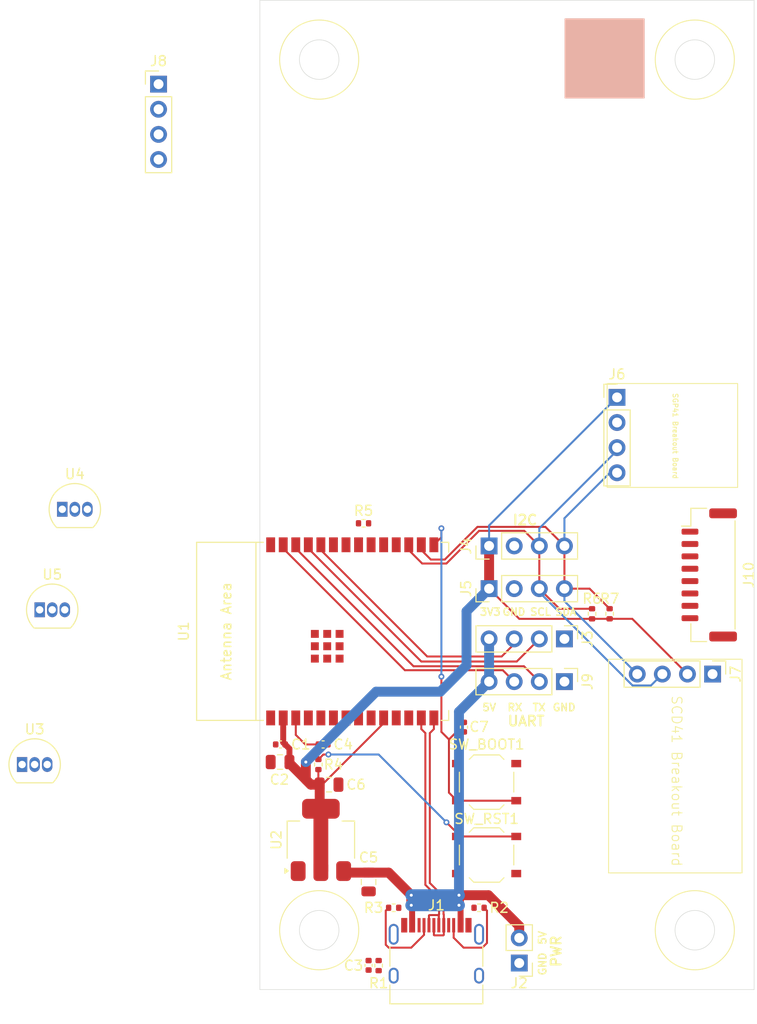
<source format=kicad_pcb>
(kicad_pcb (version 20241229) (generator "pcbnew") (generator_version "9.0")
  (layers (0 "F.Cu" signal) (2 "B.Cu" signal) (13 "F.Paste" user) (15 "B.Paste" user) (5 "F.SilkS" user "F.Silkscreen") (7 "B.SilkS" user "B.Silkscreen") (1 "F.Mask" user) (3 "B.Mask" user) (25 "Edge.Cuts" user))
  (net 0 "")
  (net 1 "+3V3")
  (net 2 "GND")
  (net 3 "Net-(J1-SHIELD)")
  (net 4 "Net-(J1-CC2)")
  (net 5 "USB_DP")
  (net 6 "+5V")
  (net 8 "Net-(J1-CC1)")
  (net 12 "SDA")
  (net 16 "SCL")
  (net 25 "EN")
  (net 26 "BOOT")
  (net 27 "RXD_1")
  (net 28 "TXD_1")
  (net 29 "TXD_0")
  (net 30 "RXD_0")
  (net 31 "DQ")
  (net 32 "USB_DN")
  (footprint "Resistor_SMD:R_0402_1005Metric" (layer "F.Cu") (at 113.536 141.732)
    (property "Reference" "R3" (at -2.03 0 0) (layer "F.SilkS"))
    (property "Value" "5.1k")
    (fp_line (start -0.153641 -0.38) (end 0.153641 -0.38) (stroke (width 0.12)) (layer "F.SilkS"))
    (fp_line (start -0.153641 0.38) (end 0.153641 0.38) (stroke (width 0.12)) (layer "F.SilkS"))
    (pad "1" smd roundrect (at -0.51 0) (size 0.54 0.64) (layers "F.Cu" "F.Mask" "F.Paste") (net 8 "Net-(J1-CC1)"))
    (pad "2" smd roundrect (at 0.51 0) (size 0.54 0.64) (layers "F.Cu" "F.Mask" "F.Paste") (net 2 "GND"))
  )
  (footprint "Capacitor_SMD:C_0402_1005Metric" (layer "F.Cu") (at 106.398 125.222 180)
    (property "Reference" "C4" (at -2.032 0 0) (layer "F.SilkS"))
    (property "Value" "100n")
    (fp_line (start -0.107836 0.36) (end 0.107836 0.36) (stroke (width 0.12)) (layer "F.SilkS"))
    (fp_line (start -0.107836 -0.36) (end 0.107836 -0.36) (stroke (width 0.12)) (layer "F.SilkS"))
    (pad "1" smd roundrect (at -0.48 0 180) (size 0.56 0.62) (layers "F.Cu" "F.Mask" "F.Paste") (net 2 "GND"))
    (pad "2" smd roundrect (at 0.48 0 180) (size 0.56 0.62) (layers "F.Cu" "F.Mask" "F.Paste") (net 25 "EN"))
  )
  (footprint "PCM_Espressif:ESP32-C6-WROOM-1" (layer "F.Cu") (at 109.352 113.792 90)
    (property "Reference" "U1" (at 0 -17.05 90) (layer "F.SilkS"))
    (property "Value" "ESP32-C6-WROOM-1")
    (fp_line (start 9 -15.75) (end 9 -9) (stroke (width 0.12)) (layer "F.SilkS"))
    (fp_line (start -9 -15.75) (end 9 -15.75) (stroke (width 0.12)) (layer "F.SilkS"))
    (fp_line (start -9 -15.75) (end -9 -9) (stroke (width 0.12)) (layer "F.SilkS"))
    (fp_line (start 9 -9.75) (end -9 -9.75) (stroke (width 0.12)) (layer "F.SilkS"))
    (fp_line (start 9 9) (end 9 9.75) (stroke (width 0.12)) (layer "F.SilkS"))
    (fp_line (start -9 9) (end -9 9.75) (stroke (width 0.12)) (layer "F.SilkS"))
    (fp_line (start 9 9.75) (end 8 9.75) (stroke (width 0.12)) (layer "F.SilkS"))
    (fp_line (start -9 9.75) (end -8 9.75) (stroke (width 0.12)) (layer "F.SilkS"))
    (fp_text user "Antenna Area" (at 0 -12.75 90) (layer "F.SilkS"))
    (pad "1" smd rect (at -8.75 -8.26 90) (size 1.5 0.9) (layers "F.Cu" "F.Mask" "F.Paste") (net 2 "GND"))
    (pad "2" smd rect (at -8.75 -6.99 90) (size 1.5 0.9) (layers "F.Cu" "F.Mask" "F.Paste") (net 1 "+3V3"))
    (pad "3" smd rect (at -8.75 -5.72 90) (size 1.5 0.9) (layers "F.Cu" "F.Mask" "F.Paste") (net 25 "EN"))
    (pad "4" smd rect (at -8.75 -4.45 90) (size 1.5 0.9) (layers "F.Cu" "F.Mask" "F.Paste"))
    (pad "5" smd rect (at -8.75 -3.18 90) (size 1.5 0.9) (layers "F.Cu" "F.Mask" "F.Paste"))
    (pad "6" smd rect (at -8.75 -1.91 90) (size 1.5 0.9) (layers "F.Cu" "F.Mask" "F.Paste"))
    (pad "7" smd rect (at -8.75 -0.64 90) (size 1.5 0.9) (layers "F.Cu" "F.Mask" "F.Paste"))
    (pad "8" smd rect (at -8.75 0.63 90) (size 1.5 0.9) (layers "F.Cu" "F.Mask" "F.Paste"))
    (pad "9" smd rect (at -8.75 1.9 90) (size 1.5 0.9) (layers "F.Cu" "F.Mask" "F.Paste"))
    (pad "10" smd rect (at -8.75 3.17 90) (size 1.5 0.9) (layers "F.Cu" "F.Mask" "F.Paste") (net 1 "+3V3"))
    (pad "11" smd rect (at -8.75 4.44 90) (size 1.5 0.9) (layers "F.Cu" "F.Mask" "F.Paste"))
    (pad "12" smd rect (at -8.75 5.71 90) (size 1.5 0.9) (layers "F.Cu" "F.Mask" "F.Paste"))
    (pad "13" smd rect (at -8.75 6.98 90) (size 1.5 0.9) (layers "F.Cu" "F.Mask" "F.Paste") (net 32 "USB_DN"))
    (pad "14" smd rect (at -8.75 8.25 90) (size 1.5 0.9) (layers "F.Cu" "F.Mask" "F.Paste") (net 5 "USB_DP"))
    (pad "15" smd rect (at 8.75 8.25 270) (size 1.5 0.9) (layers "F.Cu" "F.Mask" "F.Paste") (net 26 "BOOT"))
    (pad "16" smd rect (at 8.75 6.98 270) (size 1.5 0.9) (layers "F.Cu" "F.Mask" "F.Paste") (net 12 "SDA"))
    (pad "17" smd rect (at 8.75 5.71 270) (size 1.5 0.9) (layers "F.Cu" "F.Mask" "F.Paste") (net 16 "SCL"))
    (pad "18" smd rect (at 8.75 4.44 270) (size 1.5 0.9) (layers "F.Cu" "F.Mask" "F.Paste"))
    (pad "19" smd rect (at 8.75 3.17 270) (size 1.5 0.9) (layers "F.Cu" "F.Mask" "F.Paste"))
    (pad "20" smd rect (at 8.75 1.9 270) (size 1.5 0.9) (layers "F.Cu" "F.Mask" "F.Paste"))
    (pad "21" smd rect (at 8.75 0.63 270) (size 1.5 0.9) (layers "F.Cu" "F.Mask" "F.Paste") (net 31 "DQ"))
    (pad "22" smd rect (at 8.75 -0.64 270) (size 1.5 0.9) (layers "F.Cu" "F.Mask" "F.Paste"))
    (pad "23" smd rect (at 8.75 -1.91 270) (size 1.5 0.9) (layers "F.Cu" "F.Mask" "F.Paste"))
    (pad "24" smd rect (at 8.75 -3.18 270) (size 1.5 0.9) (layers "F.Cu" "F.Mask" "F.Paste") (net 30 "RXD_0"))
    (pad "25" smd rect (at 8.75 -4.45 270) (size 1.5 0.9) (layers "F.Cu" "F.Mask" "F.Paste") (net 29 "TXD_0"))
    (pad "26" smd rect (at 8.75 -5.72 270) (size 1.5 0.9) (layers "F.Cu" "F.Mask" "F.Paste") (net 28 "TXD_1"))
    (pad "27" smd rect (at 8.75 -6.99 270) (size 1.5 0.9) (layers "F.Cu" "F.Mask" "F.Paste") (net 27 "RXD_1"))
    (pad "28" smd rect (at 8.75 -8.26 270) (size 1.5 0.9) (layers "F.Cu" "F.Mask" "F.Paste") (net 2 "GND"))
    (pad "29" smd rect (at -2.755 -3.79 270) (size 0.8 0.8) (layers "F.Cu" "F.Mask" "F.Paste") (net 2 "GND"))
    (pad "29" smd rect (at -2.755 -2.54 270) (size 0.8 0.8) (layers "F.Cu" "F.Mask" "F.Paste") (net 2 "GND"))
    (pad "29" smd rect (at -2.755 -1.29 270) (size 0.8 0.8) (layers "F.Cu" "F.Mask" "F.Paste") (net 2 "GND"))
    (pad "29" smd rect (at -1.505 -3.79 270) (size 0.8 0.8) (layers "F.Cu" "F.Mask" "F.Paste") (net 2 "GND"))
    (pad "29" smd rect (at -1.505 -2.54 270) (size 0.8 0.8) (layers "F.Cu" "F.Mask" "F.Paste") (net 2 "GND"))
    (pad "29" smd rect (at -1.505 -1.29 270) (size 0.8 0.8) (layers "F.Cu" "F.Mask" "F.Paste") (net 2 "GND"))
    (pad "29" smd rect (at -0.255 -3.79 270) (size 0.8 0.8) (layers "F.Cu" "F.Mask" "F.Paste") (net 2 "GND"))
    (pad "29" smd rect (at -0.255 -2.54 270) (size 0.8 0.8) (layers "F.Cu" "F.Mask" "F.Paste") (net 2 "GND"))
    (pad "29" smd rect (at -0.255 -1.29 270) (size 0.8 0.8) (layers "F.Cu" "F.Mask" "F.Paste") (net 2 "GND"))
  )
  (footprint "Capacitor_SMD:C_0402_1005Metric" (layer "F.Cu") (at 102.08 125.222)
    (property "Reference" "C1" (at 2.06 0 0) (layer "F.SilkS"))
    (property "Value" "1u")
    (fp_line (start -0.107836 -0.36) (end 0.107836 -0.36) (stroke (width 0.12)) (layer "F.SilkS"))
    (fp_line (start -0.107836 0.36) (end 0.107836 0.36) (stroke (width 0.12)) (layer "F.SilkS"))
    (pad "1" smd roundrect (at -0.48 0) (size 0.56 0.62) (layers "F.Cu" "F.Mask" "F.Paste") (net 2 "GND"))
    (pad "2" smd roundrect (at 0.48 0) (size 0.56 0.62) (layers "F.Cu" "F.Mask" "F.Paste") (net 1 "+3V3"))
  )
  (footprint "Connector_PinHeader_2.54mm:PinHeader_1x02_P2.54mm_Vertical" (layer "F.Cu") (at 126.238 147.32 180)
    (property "Reference" "J2" (at 0 -2.032 180) (layer "F.SilkS"))
    (property "Value" "Power-Header")
    (fp_line (start 1.33 1.27) (end 1.33 3.87) (stroke (width 0.12)) (layer "F.SilkS"))
    (fp_line (start -1.33 3.87) (end 1.33 3.87) (stroke (width 0.12)) (layer "F.SilkS"))
    (fp_line (start -1.33 1.27) (end 1.33 1.27) (stroke (width 0.12)) (layer "F.SilkS"))
    (fp_line (start -1.33 1.27) (end -1.33 3.87) (stroke (width 0.12)) (layer "F.SilkS"))
    (fp_line (start -1.33 0) (end -1.33 -1.33) (stroke (width 0.12)) (layer "F.SilkS"))
    (fp_line (start -1.33 -1.33) (end 0 -1.33) (stroke (width 0.12)) (layer "F.SilkS"))
    (pad "1" thru_hole rect (at 0 0 180) (size 1.7 1.7) (drill 1) (layers "*.Cu" "*.Mask") (net 2 "GND"))
    (pad "2" thru_hole oval (at 0 2.54 180) (size 1.7 1.7) (drill 1) (layers "*.Cu" "*.Mask") (net 6 "+5V"))
  )
  (footprint "Package_TO_SOT_THT:TO-92_Inline" (layer "F.Cu") (at 80.01 101.452)
    (property "Reference" "U4" (at 1.27 -3.56 0) (layer "F.SilkS"))
    (property "Value" "DS18B20")
    (fp_line (start -0.53 1.85) (end 3.07 1.85) (stroke (width 0.12)) (layer "F.SilkS"))
    (fp_arc (start -0.568478 1.838478) (mid -1.132087 -0.994977) (end 1.27 -2.6) (stroke (width 0.12)) (layer "F.SilkS"))
    (fp_arc (start 1.27 -2.6) (mid 3.672087 -0.994977) (end 3.108478 1.838478) (stroke (width 0.12)) (layer "F.SilkS"))
    (pad "1" thru_hole rect (at 0 0) (size 1.05 1.5) (drill 0.75) (layers "*.Cu" "*.Mask") (net 2 "GND"))
    (pad "2" thru_hole oval (at 1.27 0) (size 1.05 1.5) (drill 0.75) (layers "*.Cu" "*.Mask") (net 31 "DQ"))
    (pad "3" thru_hole oval (at 2.54 0) (size 1.05 1.5) (drill 0.75) (layers "*.Cu" "*.Mask") (net 1 "+3V3"))
  )
  (footprint "Resistor_SMD:R_0402_1005Metric" (layer "F.Cu") (at 110.488 102.87 180)
    (property "Reference" "R5" (at -0.002 1.27 0) (layer "F.SilkS"))
    (property "Value" "4.7k")
    (fp_line (start -0.153641 0.38) (end 0.153641 0.38) (stroke (width 0.12)) (layer "F.SilkS"))
    (fp_line (start -0.153641 -0.38) (end 0.153641 -0.38) (stroke (width 0.12)) (layer "F.SilkS"))
    (pad "1" smd roundrect (at -0.51 0 180) (size 0.54 0.64) (layers "F.Cu" "F.Mask" "F.Paste") (net 1 "+3V3"))
    (pad "2" smd roundrect (at 0.51 0 180) (size 0.54 0.64) (layers "F.Cu" "F.Mask" "F.Paste") (net 31 "DQ"))
  )
  (footprint "Connector_PinHeader_2.54mm:PinHeader_1x04_P2.54mm_Vertical" (layer "F.Cu") (at 89.75 58.48)
    (property "Reference" "J8" (at 0 -2.33 0) (layer "F.SilkS"))
    (property "Value" "AHT20+BMP280BB")
    (fp_line (start -1.33 -1.33) (end 0 -1.33) (stroke (width 0.12)) (layer "F.SilkS"))
    (fp_line (start -1.33 0) (end -1.33 -1.33) (stroke (width 0.12)) (layer "F.SilkS"))
    (fp_line (start -1.33 1.27) (end -1.33 8.95) (stroke (width 0.12)) (layer "F.SilkS"))
    (fp_line (start -1.33 1.27) (end 1.33 1.27) (stroke (width 0.12)) (layer "F.SilkS"))
    (fp_line (start -1.33 8.95) (end 1.33 8.95) (stroke (width 0.12)) (layer "F.SilkS"))
    (fp_line (start 1.33 1.27) (end 1.33 8.95) (stroke (width 0.12)) (layer "F.SilkS"))
    (pad "1" thru_hole rect (at 0 0) (size 1.7 1.7) (drill 1) (layers "*.Cu" "*.Mask") (net 1 "+3V3"))
    (pad "2" thru_hole oval (at 0 2.54) (size 1.7 1.7) (drill 1) (layers "*.Cu" "*.Mask") (net 12 "SDA"))
    (pad "3" thru_hole oval (at 0 5.08) (size 1.7 1.7) (drill 1) (layers "*.Cu" "*.Mask") (net 2 "GND"))
    (pad "4" thru_hole oval (at 0 7.62) (size 1.7 1.7) (drill 1) (layers "*.Cu" "*.Mask") (net 16 "SCL"))
  )
  (footprint "Button_Switch_SMD:SW_Push_1P1T_XKB_TS-1187A" (layer "F.Cu") (at 122.936 136.398 180)
    (property "Reference" "SW_RST1" (at 0 3.653 0) (layer "F.SilkS"))
    (property "Value" "TS-1187A-B-A-B")
    (fp_line (start 2.75 -1) (end 2.75 1) (stroke (width 0.12)) (layer "F.SilkS"))
    (fp_line (start 1.75 2.3) (end 1.3 2.75) (stroke (width 0.12)) (layer "F.SilkS"))
    (fp_line (start 1.75 -2.3) (end 1.3 -2.75) (stroke (width 0.12)) (layer "F.SilkS"))
    (fp_line (start -1.3 2.75) (end 1.3 2.75) (stroke (width 0.12)) (layer "F.SilkS"))
    (fp_line (start -1.3 -2.75) (end 1.3 -2.75) (stroke (width 0.12)) (layer "F.SilkS"))
    (fp_line (start -1.75 2.3) (end -1.3 2.75) (stroke (width 0.12)) (layer "F.SilkS"))
    (fp_line (start -1.75 -2.3) (end -1.3 -2.75) (stroke (width 0.12)) (layer "F.SilkS"))
    (fp_line (start -2.75 -1) (end -2.75 1) (stroke (width 0.12)) (layer "F.SilkS"))
    (pad "1" smd rect (at -3 -1.875 180) (size 1 0.75) (layers "F.Cu" "F.Mask" "F.Paste") (net 2 "GND"))
    (pad "1" smd rect (at 3 -1.875 180) (size 1 0.75) (layers "F.Cu" "F.Mask" "F.Paste") (net 2 "GND"))
    (pad "2" smd rect (at -3 1.875 180) (size 1 0.75) (layers "F.Cu" "F.Mask" "F.Paste") (net 25 "EN"))
    (pad "2" smd rect (at 3 1.875 180) (size 1 0.75) (layers "F.Cu" "F.Mask" "F.Paste") (net 25 "EN"))
  )
  (footprint "Package_TO_SOT_THT:TO-92_Inline" (layer "F.Cu") (at 75.946 127.252)
    (property "Reference" "U3" (at 1.27 -3.56 0) (layer "F.SilkS"))
    (property "Value" "DS18B20")
    (fp_line (start -0.53 1.85) (end 3.07 1.85) (stroke (width 0.12)) (layer "F.SilkS"))
    (fp_arc (start -0.568478 1.838478) (mid -1.132087 -0.994977) (end 1.27 -2.6) (stroke (width 0.12)) (layer "F.SilkS"))
    (fp_arc (start 1.27 -2.6) (mid 3.672087 -0.994977) (end 3.108478 1.838478) (stroke (width 0.12)) (layer "F.SilkS"))
    (pad "1" thru_hole rect (at 0 0) (size 1.05 1.5) (drill 0.75) (layers "*.Cu" "*.Mask") (net 2 "GND"))
    (pad "2" thru_hole oval (at 1.27 0) (size 1.05 1.5) (drill 0.75) (layers "*.Cu" "*.Mask") (net 31 "DQ"))
    (pad "3" thru_hole oval (at 2.54 0) (size 1.05 1.5) (drill 0.75) (layers "*.Cu" "*.Mask") (net 1 "+3V3"))
  )
  (footprint "Capacitor_SMD:C_0402_1005Metric" (layer "F.Cu") (at 120.65 123.472 90)
    (property "Reference" "C7" (at 0.028 1.524 180) (layer "F.SilkS"))
    (property "Value" "100n")
    (fp_line (start -0.107836 -0.36) (end 0.107836 -0.36) (stroke (width 0.12)) (layer "F.SilkS"))
    (fp_line (start -0.107836 0.36) (end 0.107836 0.36) (stroke (width 0.12)) (layer "F.SilkS"))
    (pad "1" smd roundrect (at -0.48 0 90) (size 0.56 0.62) (layers "F.Cu" "F.Mask" "F.Paste") (net 26 "BOOT"))
    (pad "2" smd roundrect (at 0.48 0 90) (size 0.56 0.62) (layers "F.Cu" "F.Mask" "F.Paste") (net 2 "GND"))
  )
  (footprint "Resistor_SMD:R_0402_1005Metric" (layer "F.Cu") (at 135.382 112.012 90)
    (property "Reference" "R7" (at 1.522 0 180) (layer "F.SilkS"))
    (property "Value" "4.7k")
    (fp_line (start -0.153641 -0.38) (end 0.153641 -0.38) (stroke (width 0.12)) (layer "F.SilkS"))
    (fp_line (start -0.153641 0.38) (end 0.153641 0.38) (stroke (width 0.12)) (layer "F.SilkS"))
    (pad "1" smd roundrect (at -0.51 0 90) (size 0.54 0.64) (layers "F.Cu" "F.Mask" "F.Paste") (net 1 "+3V3"))
    (pad "2" smd roundrect (at 0.51 0 90) (size 0.54 0.64) (layers "F.Cu" "F.Mask" "F.Paste") (net 12 "SDA"))
  )
  (footprint "Package_TO_SOT_SMD:SOT-223-3_TabPin2" (layer "F.Cu") (at 106.172 134.874 90)
    (property "Reference" "U2" (at 0 -4.5 90) (layer "F.SilkS"))
    (property "Value" "AMS1117-3.3")
    (fp_line (start 1.91 -3.41) (end 1.91 -2.15) (stroke (width 0.12)) (layer "F.SilkS"))
    (fp_line (start -1.85 -3.41) (end 1.91 -3.41) (stroke (width 0.12)) (layer "F.SilkS"))
    (fp_line (start 1.91 3.41) (end 1.91 2.15) (stroke (width 0.12)) (layer "F.SilkS"))
    (fp_line (start -1.85 3.41) (end 1.91 3.41) (stroke (width 0.12)) (layer "F.SilkS"))
    (fp_poly (pts (xy -3.13 -3.31) (xy -3.37 -3.64) (xy -2.89 -3.64) (xy -3.13 -3.31)) (stroke (width 0.12)) (fill yes) (layer "F.SilkS"))
    (pad "1" smd roundrect (at -3.15 -2.3 90) (size 2 1.5) (layers "F.Cu" "F.Mask" "F.Paste") (net 2 "GND"))
    (pad "2" smd roundrect (at -3.15 0 90) (size 2 1.5) (layers "F.Cu" "F.Mask" "F.Paste") (net 1 "+3V3"))
    (pad "2" smd roundrect (at 3.15 0 90) (size 2 3.8) (layers "F.Cu" "F.Mask" "F.Paste") (net 1 "+3V3"))
    (pad "3" smd roundrect (at -3.15 2.3 90) (size 2 1.5) (layers "F.Cu" "F.Mask" "F.Paste") (net 6 "+5V"))
  )
  (footprint "Resistor_SMD:R_0402_1005Metric" (layer "F.Cu") (at 133.604 112.016 90)
    (property "Reference" "R6" (at 1.526 0 180) (layer "F.SilkS"))
    (property "Value" "4.7k")
    (fp_line (start -0.153641 -0.38) (end 0.153641 -0.38) (stroke (width 0.12)) (layer "F.SilkS"))
    (fp_line (start -0.153641 0.38) (end 0.153641 0.38) (stroke (width 0.12)) (layer "F.SilkS"))
    (pad "1" smd roundrect (at -0.51 0 90) (size 0.54 0.64) (layers "F.Cu" "F.Mask" "F.Paste") (net 1 "+3V3"))
    (pad "2" smd roundrect (at 0.51 0 90) (size 0.54 0.64) (layers "F.Cu" "F.Mask" "F.Paste") (net 16 "SCL"))
  )
  (footprint "Connector_JST:JST_GH_BM08B-GHS-TBT_1x08-1MP_P1.25mm_Vertical" (layer "F.Cu") (at 145.46 108.087 -90)
    (property "Reference" "J10" (at 0 -4 90) (layer "F.SilkS"))
    (property "Value" "PMSBB")
    (fp_line (start -6.735 1.86) (end -4.935 1.86) (stroke (width 0.12)) (layer "F.SilkS"))
    (fp_line (start -4.935 1.86) (end -4.935 2.8) (stroke (width 0.12)) (layer "F.SilkS"))
    (fp_line (start 6.735 1.86) (end 4.935 1.86) (stroke (width 0.12)) (layer "F.SilkS"))
    (fp_line (start -6.735 0.26) (end -6.735 1.86) (stroke (width 0.12)) (layer "F.SilkS"))
    (fp_line (start 6.735 0.26) (end 6.735 1.86) (stroke (width 0.12)) (layer "F.SilkS"))
    (fp_line (start -5.465 -2.61) (end 5.465 -2.61) (stroke (width 0.12)) (layer "F.SilkS"))
    (pad "1" smd roundrect (at -4.375 1.95 270) (size 0.6 1.7) (layers "F.Cu" "F.Mask" "F.Paste"))
    (pad "2" smd roundrect (at -3.125 1.95 270) (size 0.6 1.7) (layers "F.Cu" "F.Mask" "F.Paste"))
    (pad "3" smd roundrect (at -1.875 1.95 270) (size 0.6 1.7) (layers "F.Cu" "F.Mask" "F.Paste"))
    (pad "4" smd roundrect (at -0.625 1.95 270) (size 0.6 1.7) (layers "F.Cu" "F.Mask" "F.Paste"))
    (pad "5" smd roundrect (at 0.625 1.95 270) (size 0.6 1.7) (layers "F.Cu" "F.Mask" "F.Paste"))
    (pad "6" smd roundrect (at 1.875 1.95 270) (size 0.6 1.7) (layers "F.Cu" "F.Mask" "F.Paste"))
    (pad "7" smd roundrect (at 3.125 1.95 270) (size 0.6 1.7) (layers "F.Cu" "F.Mask" "F.Paste"))
    (pad "8" smd roundrect (at 4.375 1.95 270) (size 0.6 1.7) (layers "F.Cu" "F.Mask" "F.Paste"))
    (pad "MP" smd roundrect (at -6.225 -1.4 270) (size 1 2.8) (layers "F.Cu" "F.Mask" "F.Paste"))
    (pad "MP" smd roundrect (at 6.225 -1.4 270) (size 1 2.8) (layers "F.Cu" "F.Mask" "F.Paste"))
  )
  (footprint "Capacitor_SMD:C_0402_1005Metric" (layer "F.Cu") (at 110.998 147.546 -90)
    (property "Reference" "C3" (at 0.028 1.524 0) (layer "F.SilkS"))
    (property "Value" "4.7n")
    (fp_line (start -0.107836 0.36) (end 0.107836 0.36) (stroke (width 0.12)) (layer "F.SilkS"))
    (fp_line (start -0.107836 -0.36) (end 0.107836 -0.36) (stroke (width 0.12)) (layer "F.SilkS"))
    (pad "1" smd roundrect (at -0.48 0 270) (size 0.56 0.62) (layers "F.Cu" "F.Mask" "F.Paste") (net 2 "GND"))
    (pad "2" smd roundrect (at 0.48 0 270) (size 0.56 0.62) (layers "F.Cu" "F.Mask" "F.Paste") (net 3 "Net-(J1-SHIELD)"))
  )
  (footprint "Connector_PinHeader_2.54mm:PinHeader_1x04_P2.54mm_Vertical" (layer "F.Cu") (at 123.19 109.474 90)
    (property "Reference" "J5" (at 0 -2.33 90) (layer "F.SilkS"))
    (property "Value" "I2C")
    (fp_line (start -1.33 -1.33) (end 0 -1.33) (stroke (width 0.12)) (layer "F.SilkS"))
    (fp_line (start -1.33 0) (end -1.33 -1.33) (stroke (width 0.12)) (layer "F.SilkS"))
    (fp_line (start 1.33 1.27) (end 1.33 8.95) (stroke (width 0.12)) (layer "F.SilkS"))
    (fp_line (start -1.33 1.27) (end 1.33 1.27) (stroke (width 0.12)) (layer "F.SilkS"))
    (fp_line (start -1.33 1.27) (end -1.33 8.95) (stroke (width 0.12)) (layer "F.SilkS"))
    (fp_line (start -1.33 8.95) (end 1.33 8.95) (stroke (width 0.12)) (layer "F.SilkS"))
    (pad "1" thru_hole rect (at 0 0 90) (size 1.7 1.7) (drill 1) (layers "*.Cu" "*.Mask") (net 1 "+3V3"))
    (pad "2" thru_hole oval (at 0 2.54 90) (size 1.7 1.7) (drill 1) (layers "*.Cu" "*.Mask") (net 2 "GND"))
    (pad "3" thru_hole oval (at 0 5.08 90) (size 1.7 1.7) (drill 1) (layers "*.Cu" "*.Mask") (net 16 "SCL"))
    (pad "4" thru_hole oval (at 0 7.62 90) (size 1.7 1.7) (drill 1) (layers "*.Cu" "*.Mask") (net 12 "SDA"))
  )
  (footprint "Connector_PinHeader_2.54mm:PinHeader_1x04_P2.54mm_Vertical" (layer "F.Cu") (at 123.19 105.156 90)
    (property "Reference" "J4" (at 0 -2.33 90) (layer "F.SilkS"))
    (property "Value" "I2C")
    (fp_line (start -1.33 -1.33) (end 0 -1.33) (stroke (width 0.12)) (layer "F.SilkS"))
    (fp_line (start -1.33 0) (end -1.33 -1.33) (stroke (width 0.12)) (layer "F.SilkS"))
    (fp_line (start 1.33 1.27) (end 1.33 8.95) (stroke (width 0.12)) (layer "F.SilkS"))
    (fp_line (start -1.33 1.27) (end 1.33 1.27) (stroke (width 0.12)) (layer "F.SilkS"))
    (fp_line (start -1.33 1.27) (end -1.33 8.95) (stroke (width 0.12)) (layer "F.SilkS"))
    (fp_line (start -1.33 8.95) (end 1.33 8.95) (stroke (width 0.12)) (layer "F.SilkS"))
    (pad "1" thru_hole rect (at 0 0 90) (size 1.7 1.7) (drill 1) (layers "*.Cu" "*.Mask") (net 1 "+3V3"))
    (pad "2" thru_hole oval (at 0 2.54 90) (size 1.7 1.7) (drill 1) (layers "*.Cu" "*.Mask") (net 2 "GND"))
    (pad "3" thru_hole oval (at 0 5.08 90) (size 1.7 1.7) (drill 1) (layers "*.Cu" "*.Mask") (net 16 "SCL"))
    (pad "4" thru_hole oval (at 0 7.62 90) (size 1.7 1.7) (drill 1) (layers "*.Cu" "*.Mask") (net 12 "SDA"))
  )
  (footprint "Connector_PinHeader_2.54mm:PinHeader_1x04_P2.54mm_Vertical" (layer "F.Cu") (at 130.81 114.554 -90)
    (property "Reference" "J3" (at 0 -2.33 90) (layer "F.SilkS"))
    (property "Value" "UART0")
    (fp_line (start -1.33 8.95) (end 1.33 8.95) (stroke (width 0.12)) (layer "F.SilkS"))
    (fp_line (start -1.33 1.27) (end -1.33 8.95) (stroke (width 0.12)) (layer "F.SilkS"))
    (fp_line (start -1.33 1.27) (end 1.33 1.27) (stroke (width 0.12)) (layer "F.SilkS"))
    (fp_line (start 1.33 1.27) (end 1.33 8.95) (stroke (width 0.12)) (layer "F.SilkS"))
    (fp_line (start -1.33 0) (end -1.33 -1.33) (stroke (width 0.12)) (layer "F.SilkS"))
    (fp_line (start -1.33 -1.33) (end 0 -1.33) (stroke (width 0.12)) (layer "F.SilkS"))
    (pad "1" thru_hole rect (at 0 0 270) (size 1.7 1.7) (drill 1) (layers "*.Cu" "*.Mask") (net 2 "GND"))
    (pad "2" thru_hole oval (at 0 2.54 270) (size 1.7 1.7) (drill 1) (layers "*.Cu" "*.Mask") (net 29 "TXD_0"))
    (pad "3" thru_hole oval (at 0 5.08 270) (size 1.7 1.7) (drill 1) (layers "*.Cu" "*.Mask") (net 30 "RXD_0"))
    (pad "4" thru_hole oval (at 0 7.62 270) (size 1.7 1.7) (drill 1) (layers "*.Cu" "*.Mask") (net 6 "+5V"))
  )
  (footprint "Button_Switch_SMD:SW_Push_1P1T_XKB_TS-1187A" (layer "F.Cu") (at 122.936 129.032 180)
    (property "Reference" "SW_BOOT1" (at 0 3.81 0) (layer "F.SilkS"))
    (property "Value" "TS-1187A-B-A-B")
    (fp_line (start 2.75 -1) (end 2.75 1) (stroke (width 0.12)) (layer "F.SilkS"))
    (fp_line (start 1.75 2.3) (end 1.3 2.75) (stroke (width 0.12)) (layer "F.SilkS"))
    (fp_line (start 1.75 -2.3) (end 1.3 -2.75) (stroke (width 0.12)) (layer "F.SilkS"))
    (fp_line (start -1.3 2.75) (end 1.3 2.75) (stroke (width 0.12)) (layer "F.SilkS"))
    (fp_line (start -1.3 -2.75) (end 1.3 -2.75) (stroke (width 0.12)) (layer "F.SilkS"))
    (fp_line (start -1.75 2.3) (end -1.3 2.75) (stroke (width 0.12)) (layer "F.SilkS"))
    (fp_line (start -1.75 -2.3) (end -1.3 -2.75) (stroke (width 0.12)) (layer "F.SilkS"))
    (fp_line (start -2.75 -1) (end -2.75 1) (stroke (width 0.12)) (layer "F.SilkS"))
    (pad "1" smd rect (at -3 -1.875 180) (size 1 0.75) (layers "F.Cu" "F.Mask" "F.Paste") (net 26 "BOOT"))
    (pad "1" smd rect (at 3 -1.875 180) (size 1 0.75) (layers "F.Cu" "F.Mask" "F.Paste") (net 26 "BOOT"))
    (pad "2" smd rect (at -3 1.875 180) (size 1 0.75) (layers "F.Cu" "F.Mask" "F.Paste") (net 2 "GND"))
    (pad "2" smd rect (at 3 1.875 180) (size 1 0.75) (layers "F.Cu" "F.Mask" "F.Paste") (net 2 "GND"))
  )
  (footprint "Capacitor_SMD:C_0805_2012Metric" (layer "F.Cu") (at 110.998 139.126 -90)
    (property "Reference" "C5" (at -2.474 0 0) (layer "F.SilkS"))
    (property "Value" "47u")
    (fp_line (start -0.261252 0.735) (end 0.261252 0.735) (stroke (width 0.12)) (layer "F.SilkS"))
    (fp_line (start -0.261252 -0.735) (end 0.261252 -0.735) (stroke (width 0.12)) (layer "F.SilkS"))
    (pad "1" smd roundrect (at -0.95 0 270) (size 1 1.45) (layers "F.Cu" "F.Mask" "F.Paste") (net 6 "+5V"))
    (pad "2" smd roundrect (at 0.95 0 270) (size 1 1.45) (layers "F.Cu" "F.Mask" "F.Paste") (net 2 "GND"))
  )
  (footprint "Resistor_SMD:R_0402_1005Metric" (layer "F.Cu") (at 112.014 147.576 -90)
    (property "Reference" "R1" (at 1.776 0 180) (layer "F.SilkS"))
    (property "Value" "1M")
    (fp_line (start -0.153641 0.38) (end 0.153641 0.38) (stroke (width 0.12)) (layer "F.SilkS"))
    (fp_line (start -0.153641 -0.38) (end 0.153641 -0.38) (stroke (width 0.12)) (layer "F.SilkS"))
    (pad "1" smd roundrect (at -0.51 0 270) (size 0.54 0.64) (layers "F.Cu" "F.Mask" "F.Paste") (net 2 "GND"))
    (pad "2" smd roundrect (at 0.51 0 270) (size 0.54 0.64) (layers "F.Cu" "F.Mask" "F.Paste") (net 3 "Net-(J1-SHIELD)"))
  )
  (footprint "Resistor_SMD:R_0402_1005Metric" (layer "F.Cu") (at 122.176 141.732 180)
    (property "Reference" "R2" (at -2.03 0 0) (layer "F.SilkS"))
    (property "Value" "5.1k")
    (fp_line (start -0.153641 0.38) (end 0.153641 0.38) (stroke (width 0.12)) (layer "F.SilkS"))
    (fp_line (start -0.153641 -0.38) (end 0.153641 -0.38) (stroke (width 0.12)) (layer "F.SilkS"))
    (pad "1" smd roundrect (at -0.51 0 180) (size 0.54 0.64) (layers "F.Cu" "F.Mask" "F.Paste") (net 4 "Net-(J1-CC2)"))
    (pad "2" smd roundrect (at 0.51 0 180) (size 0.54 0.64) (layers "F.Cu" "F.Mask" "F.Paste") (net 2 "GND"))
  )
  (footprint "Package_TO_SOT_THT:TO-92_Inline" (layer "F.Cu") (at 77.724 111.612)
    (property "Reference" "U5" (at 1.27 -3.56 0) (layer "F.SilkS"))
    (property "Value" "DS18B20")
    (fp_line (start -0.53 1.85) (end 3.07 1.85) (stroke (width 0.12)) (layer "F.SilkS"))
    (fp_arc (start -0.568478 1.838478) (mid -1.132087 -0.994977) (end 1.27 -2.6) (stroke (width 0.12)) (layer "F.SilkS"))
    (fp_arc (start 1.27 -2.6) (mid 3.672087 -0.994977) (end 3.108478 1.838478) (stroke (width 0.12)) (layer "F.SilkS"))
    (pad "1" thru_hole rect (at 0 0) (size 1.05 1.5) (drill 0.75) (layers "*.Cu" "*.Mask") (net 2 "GND"))
    (pad "2" thru_hole oval (at 1.27 0) (size 1.05 1.5) (drill 0.75) (layers "*.Cu" "*.Mask") (net 31 "DQ"))
    (pad "3" thru_hole oval (at 2.54 0) (size 1.05 1.5) (drill 0.75) (layers "*.Cu" "*.Mask") (net 1 "+3V3"))
  )
  (footprint "Capacitor_SMD:C_0805_2012Metric" (layer "F.Cu") (at 102.042 127)
    (property "Reference" "C2" (at -0.066 1.778 0) (layer "F.SilkS"))
    (property "Value" "47u")
    (fp_line (start -0.261252 -0.735) (end 0.261252 -0.735) (stroke (width 0.12)) (layer "F.SilkS"))
    (fp_line (start -0.261252 0.735) (end 0.261252 0.735) (stroke (width 0.12)) (layer "F.SilkS"))
    (pad "1" smd roundrect (at -0.95 0) (size 1 1.45) (layers "F.Cu" "F.Mask" "F.Paste") (net 2 "GND"))
    (pad "2" smd roundrect (at 0.95 0) (size 1 1.45) (layers "F.Cu" "F.Mask" "F.Paste") (net 1 "+3V3"))
  )
  (footprint "Connector_USB:USB_C_Receptacle_HRO_TYPE-C-31-M-12" (layer "F.Cu") (at 117.854 147.54)
    (property "Reference" "J1" (at 0.002 -6.062 0) (layer "F.SilkS"))
    (property "Value" "TYPE-C-31-M-04")
    (fp_line (start -4.7 -1.9) (end -4.7 0.1) (stroke (width 0.12)) (layer "F.SilkS"))
    (fp_line (start -4.7 2) (end -4.7 3.9) (stroke (width 0.12)) (layer "F.SilkS"))
    (fp_line (start -4.7 3.9) (end 4.7 3.9) (stroke (width 0.12)) (layer "F.SilkS"))
    (fp_line (start 4.7 -1.9) (end 4.7 0.1) (stroke (width 0.12)) (layer "F.SilkS"))
    (fp_line (start 4.7 2) (end 4.7 3.9) (stroke (width 0.12)) (layer "F.SilkS"))
    (pad "" np_thru_hole circle (at -2.89 -2.6) (size 0.65 0.65) (drill 0.65) (layers "*.Cu" "*.Mask"))
    (pad "" np_thru_hole circle (at 2.89 -2.6) (size 0.65 0.65) (drill 0.65) (layers "*.Cu" "*.Mask"))
    (pad "A1" smd rect (at -3.25 -4.045) (size 0.6 1.45) (layers "F.Cu" "F.Mask" "F.Paste") (net 2 "GND"))
    (pad "A4" smd rect (at -2.45 -4.045) (size 0.6 1.45) (layers "F.Cu" "F.Mask" "F.Paste") (net 6 "+5V"))
    (pad "A5" smd rect (at -1.25 -4.045) (size 0.3 1.45) (layers "F.Cu" "F.Mask" "F.Paste") (net 8 "Net-(J1-CC1)"))
    (pad "A6" smd rect (at -0.25 -4.045) (size 0.3 1.45) (layers "F.Cu" "F.Mask" "F.Paste") (net 5 "USB_DP"))
    (pad "A7" smd rect (at 0.25 -4.045) (size 0.3 1.45) (layers "F.Cu" "F.Mask" "F.Paste") (net 32 "USB_DN"))
    (pad "A8" smd rect (at 1.25 -4.045) (size 0.3 1.45) (layers "F.Cu" "F.Mask" "F.Paste"))
    (pad "A9" smd rect (at 2.45 -4.045) (size 0.6 1.45) (layers "F.Cu" "F.Mask" "F.Paste") (net 6 "+5V"))
    (pad "A12" smd rect (at 3.25 -4.045) (size 0.6 1.45) (layers "F.Cu" "F.Mask" "F.Paste") (net 2 "GND"))
    (pad "B1" smd rect (at 3.25 -4.045) (size 0.6 1.45) (layers "F.Cu" "F.Mask" "F.Paste") (net 2 "GND"))
    (pad "B4" smd rect (at 2.45 -4.045) (size 0.6 1.45) (layers "F.Cu" "F.Mask" "F.Paste") (net 6 "+5V"))
    (pad "B5" smd rect (at 1.75 -4.045) (size 0.3 1.45) (layers "F.Cu" "F.Mask" "F.Paste") (net 4 "Net-(J1-CC2)"))
    (pad "B6" smd rect (at 0.75 -4.045) (size 0.3 1.45) (layers "F.Cu" "F.Mask" "F.Paste") (net 5 "USB_DP"))
    (pad "B7" smd rect (at -0.75 -4.045) (size 0.3 1.45) (layers "F.Cu" "F.Mask" "F.Paste") (net 32 "USB_DN"))
    (pad "B8" smd rect (at -1.75 -4.045) (size 0.3 1.45) (layers "F.Cu" "F.Mask" "F.Paste"))
    (pad "B9" smd rect (at -2.45 -4.045) (size 0.6 1.45) (layers "F.Cu" "F.Mask" "F.Paste") (net 6 "+5V"))
    (pad "B12" smd rect (at -3.25 -4.045) (size 0.6 1.45) (layers "F.Cu" "F.Mask" "F.Paste") (net 2 "GND"))
    (pad "S1" thru_hole oval (at -4.32 -3.13) (size 1 2.1) (drill oval 0.6 1.7) (property pad_prop_heatsink) (layers "*.Cu" "*.Mask") (net 3 "Net-(J1-SHIELD)"))
    (pad "S1" thru_hole oval (at -4.32 1.05) (size 1 1.6) (drill oval 0.6 1.2) (property pad_prop_heatsink) (layers "*.Cu" "*.Mask") (net 3 "Net-(J1-SHIELD)"))
    (pad "S1" thru_hole oval (at 4.32 -3.13) (size 1 2.1) (drill oval 0.6 1.7) (property pad_prop_heatsink) (layers "*.Cu" "*.Mask") (net 3 "Net-(J1-SHIELD)"))
    (pad "S1" thru_hole oval (at 4.32 1.05) (size 1 1.6) (drill oval 0.6 1.2) (property pad_prop_heatsink) (layers "*.Cu" "*.Mask") (net 3 "Net-(J1-SHIELD)"))
  )
  (footprint "Connector_PinHeader_2.54mm:PinHeader_1x04_P2.54mm_Vertical" (layer "F.Cu") (at 130.81 118.872 -90)
    (property "Reference" "J9" (at 0 -2.33 90) (layer "F.SilkS"))
    (property "Value" "UART1")
    (fp_line (start -1.33 8.95) (end 1.33 8.95) (stroke (width 0.12)) (layer "F.SilkS"))
    (fp_line (start -1.33 1.27) (end -1.33 8.95) (stroke (width 0.12)) (layer "F.SilkS"))
    (fp_line (start -1.33 1.27) (end 1.33 1.27) (stroke (width 0.12)) (layer "F.SilkS"))
    (fp_line (start 1.33 1.27) (end 1.33 8.95) (stroke (width 0.12)) (layer "F.SilkS"))
    (fp_line (start -1.33 0) (end -1.33 -1.33) (stroke (width 0.12)) (layer "F.SilkS"))
    (fp_line (start -1.33 -1.33) (end 0 -1.33) (stroke (width 0.12)) (layer "F.SilkS"))
    (pad "1" thru_hole rect (at 0 0 270) (size 1.7 1.7) (drill 1) (layers "*.Cu" "*.Mask") (net 2 "GND"))
    (pad "2" thru_hole oval (at 0 2.54 270) (size 1.7 1.7) (drill 1) (layers "*.Cu" "*.Mask") (net 28 "TXD_1"))
    (pad "3" thru_hole oval (at 0 5.08 270) (size 1.7 1.7) (drill 1) (layers "*.Cu" "*.Mask") (net 27 "RXD_1"))
    (pad "4" thru_hole oval (at 0 7.62 270) (size 1.7 1.7) (drill 1) (layers "*.Cu" "*.Mask") (net 6 "+5V"))
  )
  (footprint "Connector_PinHeader_2.54mm:PinHeader_1x04_P2.54mm_Vertical" (layer "F.Cu") (at 136.132 90.142)
    (property "Reference" "J6" (at 0 -2.33 0) (layer "F.SilkS"))
    (property "Value" "SGP41BB")
    (fp_line (start -1.33 -1.33) (end 0 -1.33) (stroke (width 0.12)) (layer "F.SilkS"))
    (fp_line (start -1.33 0) (end -1.33 -1.33) (stroke (width 0.12)) (layer "F.SilkS"))
    (fp_line (start -1.33 1.27) (end -1.33 8.95) (stroke (width 0.12)) (layer "F.SilkS"))
    (fp_line (start -1.33 1.27) (end 1.33 1.27) (stroke (width 0.12)) (layer "F.SilkS"))
    (fp_line (start -1.33 8.95) (end 1.33 8.95) (stroke (width 0.12)) (layer "F.SilkS"))
    (fp_line (start 1.33 1.27) (end 1.33 8.95) (stroke (width 0.12)) (layer "F.SilkS"))
    (pad "1" thru_hole rect (at 0 0) (size 1.7 1.7) (drill 1) (layers "*.Cu" "*.Mask") (net 1 "+3V3"))
    (pad "2" thru_hole oval (at 0 2.54) (size 1.7 1.7) (drill 1) (layers "*.Cu" "*.Mask") (net 2 "GND"))
    (pad "3" thru_hole oval (at 0 5.08) (size 1.7 1.7) (drill 1) (layers "*.Cu" "*.Mask") (net 16 "SCL"))
    (pad "4" thru_hole oval (at 0 7.62) (size 1.7 1.7) (drill 1) (layers "*.Cu" "*.Mask") (net 12 "SDA"))
  )
  (footprint "Connector_PinHeader_2.54mm:PinHeader_1x04_P2.54mm_Vertical" (layer "F.Cu") (at 145.796 118.11 -90)
    (property "Reference" "J7" (at 0 -2.33 90) (layer "F.SilkS"))
    (property "Value" "SCD41BB")
    (fp_line (start -1.33 8.95) (end 1.33 8.95) (stroke (width 0.12)) (layer "F.SilkS"))
    (fp_line (start -1.33 1.27) (end -1.33 8.95) (stroke (width 0.12)) (layer "F.SilkS"))
    (fp_line (start -1.33 1.27) (end 1.33 1.27) (stroke (width 0.12)) (layer "F.SilkS"))
    (fp_line (start 1.33 1.27) (end 1.33 8.95) (stroke (width 0.12)) (layer "F.SilkS"))
    (fp_line (start -1.33 0) (end -1.33 -1.33) (stroke (width 0.12)) (layer "F.SilkS"))
    (fp_line (start -1.33 -1.33) (end 0 -1.33) (stroke (width 0.12)) (layer "F.SilkS"))
    (pad "1" thru_hole rect (at 0 0 270) (size 1.7 1.7) (drill 1) (layers "*.Cu" "*.Mask") (net 2 "GND"))
    (pad "2" thru_hole oval (at 0 2.54 270) (size 1.7 1.7) (drill 1) (layers "*.Cu" "*.Mask") (net 1 "+3V3"))
    (pad "3" thru_hole oval (at 0 5.08 270) (size 1.7 1.7) (drill 1) (layers "*.Cu" "*.Mask") (net 16 "SCL"))
    (pad "4" thru_hole oval (at 0 7.62 270) (size 1.7 1.7) (drill 1) (layers "*.Cu" "*.Mask") (net 12 "SDA"))
  )
  (footprint "Capacitor_SMD:C_0805_2012Metric" (layer "F.Cu") (at 107 129.286)
    (property "Reference" "C6" (at 2.728 0 0) (layer "F.SilkS"))
    (property "Value" "47u")
    (fp_line (start -0.261252 -0.735) (end 0.261252 -0.735) (stroke (width 0.12)) (layer "F.SilkS"))
    (fp_line (start -0.261252 0.735) (end 0.261252 0.735) (stroke (width 0.12)) (layer "F.SilkS"))
    (pad "1" smd roundrect (at -0.95 0) (size 1 1.45) (layers "F.Cu" "F.Mask" "F.Paste") (net 1 "+3V3"))
    (pad "2" smd roundrect (at 0.95 0) (size 1 1.45) (layers "F.Cu" "F.Mask" "F.Paste") (net 2 "GND"))
  )
  (footprint "Resistor_SMD:R_0402_1005Metric" (layer "F.Cu") (at 105.918 127.252 -90)
    (property "Reference" "R4" (at 0.002 -1.524 180) (layer "F.SilkS"))
    (property "Value" "10k")
    (fp_line (start -0.153641 0.38) (end 0.153641 0.38) (stroke (width 0.12)) (layer "F.SilkS"))
    (fp_line (start -0.153641 -0.38) (end 0.153641 -0.38) (stroke (width 0.12)) (layer "F.SilkS"))
    (pad "1" smd roundrect (at -0.51 0 270) (size 0.54 0.64) (layers "F.Cu" "F.Mask" "F.Paste") (net 25 "EN"))
    (pad "2" smd roundrect (at 0.51 0 270) (size 0.54 0.64) (layers "F.Cu" "F.Mask" "F.Paste") (net 1 "+3V3"))
  )
  (gr_circle (center 144 56) (end 144 60) (stroke (width 0.1)) (fill no) (layer "F.SilkS"))
  (gr_circle (center 106 56) (end 106 60) (stroke (width 0.1)) (fill no) (layer "F.SilkS"))
  (gr_rect (start 148.776 116.61) (end 135.276 138.21) (stroke (width 0.1)) (fill no) (layer "F.SilkS"))
  (gr_circle (center 106 144) (end 106 148) (stroke (width 0.1)) (fill no) (layer "F.SilkS"))
  (gr_circle (center 144 144) (end 144 148) (stroke (width 0.1)) (fill no) (layer "F.SilkS"))
  (gr_rect (start 135.132 88.742) (end 148.332 99.242) (stroke (width 0.1)) (fill no) (layer "F.SilkS"))
  (gr_rect (start 130.874 51.88) (end 138.874 59.88) (stroke (width 0.1)) (fill yes) (layer "B.SilkS"))
  (gr_circle (center 144 56) (end 146 56) (stroke (width 0.05)) (fill no) (layer "Edge.Cuts"))
  (gr_line (start 150 150) (end 150 50) (stroke (width 0.05)) (layer "Edge.Cuts"))
  (gr_circle (center 106 144) (end 108 144) (stroke (width 0.05)) (fill no) (layer "Edge.Cuts"))
  (gr_line (start 100 150) (end 150 150) (stroke (width 0.05)) (layer "Edge.Cuts"))
  (gr_line (start 100 50) (end 150 50) (stroke (width 0.05)) (layer "Edge.Cuts"))
  (gr_circle (center 144 144) (end 146 144) (stroke (width 0.05)) (fill no) (layer "Edge.Cuts"))
  (gr_circle (center 106 56) (end 108 56) (stroke (width 0.05)) (fill no) (layer "Edge.Cuts"))
  (gr_line (start 100 150) (end 100 50) (stroke (width 0.05)) (layer "Edge.Cuts"))
  (gr_text "I2C\n" (at 125.476 103.124 0) (layer "F.SilkS") (effects (font (size 1 1) (thickness 0.2) (bold yes)) (justify left bottom)))
  (gr_text "PWR" (at 130.556 147.828 90) (layer "F.SilkS") (effects (font (size 1 1) (thickness 0.2)) (justify left bottom)))
  (gr_text "SDA" (at 129.794 112.268 0) (layer "F.SilkS") (effects (font (size 0.75 0.75)) (justify left bottom)))
  (gr_text "5V\n" (at 122.428 121.92 0) (layer "F.SilkS") (effects (font (size 0.75 0.75)) (justify left bottom)))
  (gr_text "GND" (at 129.032 148.65 90) (layer "F.SilkS") (effects (font (size 0.75 0.75)) (justify left bottom)))
  (gr_text "UART\n" (at 124.968 123.444 0) (layer "F.SilkS") (effects (font (size 1 1) (thickness 0.2)) (justify left bottom)))
  (gr_text "GND" (at 129.54 121.92 0) (layer "F.SilkS") (effects (font (size 0.75 0.75)) (justify left bottom)))
  (gr_text "SGP41 Breakout Board" (at 141.732 89.662 270) (layer "F.SilkS") (effects (font (size 0.5 0.5) (thickness 0.1)) (justify left bottom)))
  (gr_text "3V3\n" (at 122.174 112.268 0) (layer "F.SilkS") (effects (font (size 0.75 0.75)) (justify left bottom)))
  (gr_text "RX\n" (at 124.968 121.92 0) (layer "F.SilkS") (effects (font (size 0.75 0.75)) (justify left bottom)))
  (gr_text "GND" (at 124.46 112.268 0) (layer "F.SilkS") (effects (font (size 0.75 0.75)) (justify left bottom)))
  (gr_text "SCD41 Breakout Board" (at 141.576 120.21 270) (layer "F.SilkS") (effects (font (size 1 1) (thickness 0.1)) (justify left bottom)))
  (gr_text "SCL\n" (at 127.254 112.268 0) (layer "F.SilkS") (effects (font (size 0.75 0.75)) (justify left bottom)))
  (gr_text "5V\n" (at 129.032 145.542 90) (layer "F.SilkS") (effects (font (size 0.75 0.75)) (justify left bottom)))
  (gr_text "TX" (at 127.508 121.92 0) (layer "F.SilkS") (effects (font (size 0.75 0.75)) (justify left bottom)))
  (segment (start 106.31 129.286) (end 112.522 123.074) (width 0.2) (layer "F.Cu") (net 1))
  (segment (start 112.522 123.074) (end 112.522 122.542) (width 0.2) (layer "F.Cu") (net 1))
  (segment (start 106.05 131.602) (end 106.172 131.724) (width 0.2) (layer "F.Cu") (net 1))
  (segment (start 106.172 138.024) (end 106.172 131.724) (width 1.5) (layer "F.Cu") (net 1))
  (segment (start 106.05 129.286) (end 106.05 131.602) (width 1) (layer "F.Cu") (net 1))
  (segment (start 102.362 125.024) (end 102.56 125.222) (width 0.6) (layer "F.Cu") (net 1))
  (segment (start 105.918 127.762) (end 105.918 129.154) (width 0.2) (layer "F.Cu") (net 1))
  (segment (start 106.05 129.286) (end 106.31 129.286) (width 0.2) (layer "F.Cu") (net 1))
  (segment (start 105.156 129.286) (end 104.648 128.778) (width 1) (layer "F.Cu") (net 1))
  (segment (start 102.992 125.654) (end 102.56 125.222) (width 0.6) (layer "F.Cu") (net 1))
  (segment (start 102.992 127) (end 102.992 125.654) (width 0.6) (layer "F.Cu") (net 1))
  (segment (start 105.918 129.154) (end 106.05 129.286) (width 0.2) (layer "F.Cu") (net 1))
  (segment (start 102.992 127.122) (end 102.992 127) (width 0.2) (layer "F.Cu") (net 1))
  (segment (start 133.604 112.526) (end 126.242 112.526) (width 0.2) (layer "F.Cu") (net 1))
  (segment (start 102.362 125.024) (end 102.362 122.542) (width 0.6) (layer "F.Cu") (net 1))
  (segment (start 135.382 112.522) (end 133.608 112.522) (width 0.2) (layer "F.Cu") (net 1))
  (segment (start 135.382 112.522) (end 137.668 112.522) (width 0.2) (layer "F.Cu") (net 1))
  (segment (start 126.242 112.526) (end 123.19 109.474) (width 0.2) (layer "F.Cu") (net 1))
  (segment (start 133.608 112.522) (end 133.604 112.526) (width 0.2) (layer "F.Cu") (net 1))
  (segment (start 106.05 129.286) (end 105.156 129.286) (width 1) (layer "F.Cu") (net 1))
  (segment (start 105.156 129.286) (end 102.992 127.122) (width 1) (layer "F.Cu") (net 1))
  (segment (start 123.19 109.474) (end 123.19 105.156) (width 1) (layer "F.Cu") (net 1))
  (segment (start 137.668 112.522) (end 143.256 118.11) (width 0.2) (layer "F.Cu") (net 1))
  (segment (start 104.648 128.778) (end 104.648 127) (width 1) (layer "F.Cu") (net 1))
  (via (at 104.648 127) (size 1) (drill 0.3) (layers "F.Cu" "B.Cu") (net 1))
  (segment (start 104.648 127) (end 111.76 119.888) (width 1) (layer "B.Cu") (net 1))
  (segment (start 120.904 111.76) (end 123.19 109.474) (width 1) (layer "B.Cu") (net 1))
  (segment (start 111.76 119.888) (end 118.255628 119.888) (width 1) (layer "B.Cu") (net 1))
  (segment (start 118.255628 119.888) (end 120.904 117.239628) (width 1) (layer "B.Cu") (net 1))
  (segment (start 123.19 103.084) (end 123.19 105.156) (width 0.2) (layer "B.Cu") (net 1))
  (segment (start 120.904 117.239628) (end 120.904 111.76) (width 1) (layer "B.Cu") (net 1))
  (segment (start 136.132 90.142) (end 123.19 103.084) (width 0.2) (layer "B.Cu") (net 1))
  (segment (start 122.975 142.021) (end 122.686 141.732) (width 0.2) (layer "F.Cu") (net 4))
  (segment (start 119.604 144.756008) (end 120.608992 145.761) (width 0.2) (layer "F.Cu") (net 4))
  (segment (start 120.608992 145.761) (end 122.505785 145.761) (width 0.2) (layer "F.Cu") (net 4))
  (segment (start 119.604 143.495) (end 119.604 144.756008) (width 0.2) (layer "F.Cu") (net 4))
  (segment (start 122.975 145.291785) (end 122.975 142.021) (width 0.2) (layer "F.Cu") (net 4))
  (segment (start 122.505785 145.761) (end 122.975 145.291785) (width 0.2) (layer "F.Cu") (net 4))
  (segment (start 118.555 144.521) (end 117.653 144.521) (width 0.2) (layer "F.Cu") (net 5))
  (segment (start 117.653 144.521) (end 117.604 144.472) (width 0.2) (layer "F.Cu") (net 5))
  (segment (start 117.602 122.542) (end 117.602 123.667001) (width 0.2) (layer "F.Cu") (net 5))
  (segment (start 118.604 143.495) (end 118.604 144.472) (width 0.2) (layer "F.Cu") (net 5))
  (segment (start 117.604 144.472) (end 117.604 143.495) (width 0.2) (layer "F.Cu") (net 5))
  (segment (start 117.192 139.225802) (end 118.579 140.612802) (width 0.2) (layer "F.Cu") (net 5))
  (segment (start 118.579 140.612802) (end 118.579 142.382499) (width 0.2) (layer "F.Cu") (net 5))
  (segment (start 118.579 142.382499) (end 118.604 142.407499) (width 0.2) (layer "F.Cu") (net 5))
  (segment (start 118.604 142.407499) (end 118.604 143.495) (width 0.2) (layer "F.Cu") (net 5))
  (segment (start 117.602 123.667001) (end 117.192 124.077001) (width 0.2) (layer "F.Cu") (net 5))
  (segment (start 117.192 124.077001) (end 117.192 139.225802) (width 0.2) (layer "F.Cu") (net 5))
  (segment (start 118.604 144.472) (end 118.555 144.521) (width 0.2) (layer "F.Cu") (net 5))
  (segment (start 126.238 144.78) (end 126.238 143.577919) (width 1) (layer "F.Cu") (net 6))
  (segment (start 108.624 138.176) (end 108.472 138.024) (width 1) (layer "F.Cu") (net 6))
  (segment (start 126.238 143.577919) (end 123.122081 140.462) (width 1) (layer "F.Cu") (net 6))
  (segment (start 110.998 138.176) (end 108.624 138.176) (width 1) (layer "F.Cu") (net 6))
  (segment (start 113.03 138.176) (end 110.998 138.176) (width 1) (layer "F.Cu") (net 6))
  (segment (start 115.404 143.495) (end 115.404 141.566) (width 0.6) (layer "F.Cu") (net 6))
  (segment (start 120.142 141.478) (end 120.142 140.462) (width 1) (layer "F.Cu") (net 6))
  (segment (start 115.316 141.478) (end 115.316 140.462) (width 1) (layer "F.Cu") (net 6))
  (segment (start 115.404 141.566) (end 115.316 141.478) (width 0.2) (layer "F.Cu") (net 6))
  (segment (start 120.304 141.64) (end 120.142 141.478) (width 0.6) (layer "F.Cu") (net 6))
  (segment (start 115.316 140.462) (end 113.03 138.176) (width 1) (layer "F.Cu") (net 6))
  (segment (start 123.122081 140.462) (end 120.142 140.462) (width 1) (layer "F.Cu") (net 6))
  (segment (start 120.304 143.495) (end 120.304 141.64) (width 0.6) (layer "F.Cu") (net 6))
  (via (at 115.316 140.462) (size 1) (drill 0.3) (layers "F.Cu" "B.Cu") (net 6))
  (via (at 120.142 140.462) (size 1) (drill 0.3) (layers "F.Cu" "B.Cu") (net 6))
  (via (at 120.142 141.478) (size 1) (drill 0.3) (layers "F.Cu" "B.Cu") (net 6))
  (via (at 115.316 141.478) (size 1) (drill 0.3) (layers "F.Cu" "B.Cu") (net 6))
  (segment (start 120.142 141.478) (end 115.316 141.478) (width 1.2) (layer "B.Cu") (net 6))
  (segment (start 120.142 140.462) (end 120.142 121.92) (width 1) (layer "B.Cu") (net 6))
  (segment (start 120.142 121.92) (end 123.19 118.872) (width 1) (layer "B.Cu") (net 6))
  (segment (start 123.19 118.872) (end 123.19 114.554) (width 1) (layer "B.Cu") (net 6))
  (segment (start 120.142 140.462) (end 115.316 140.462) (width 1.2) (layer "B.Cu") (net 6))
  (segment (start 116.604 143.495) (end 116.604 144.472) (width 0.2) (layer "F.Cu") (net 8))
  (segment (start 113.03 145.761) (end 112.733 145.464) (width 0.2) (layer "F.Cu") (net 8))
  (segment (start 116.604 144.472) (end 115.315 145.761) (width 0.2) (layer "F.Cu") (net 8))
  (segment (start 112.733 145.464) (end 112.733 142.025) (width 0.2) (layer "F.Cu") (net 8))
  (segment (start 115.315 145.761) (end 113.03 145.761) (width 0.2) (layer "F.Cu") (net 8))
  (segment (start 112.733 142.025) (end 113.026 141.732) (width 0.2) (layer "F.Cu") (net 8))
  (segment (start 133.354 109.474) (end 130.81 109.474) (width 0.2) (layer "F.Cu") (net 12))
  (segment (start 130.81 105.156) (end 130.302 105.156) (width 0.2) (layer "F.Cu") (net 12))
  (segment (start 130.81 105.156) (end 130.81 109.474) (width 0.2) (layer "F.Cu") (net 12))
  (segment (start 117.291 106.533) (end 118.7059 106.533) (width 0.2) (layer "F.Cu") (net 12))
  (segment (start 116.332 105.042) (end 116.332 105.574) (width 0.2) (layer "F.Cu") (net 12))
  (segment (start 135.382 111.502) (end 133.354 109.474) (width 0.2) (layer "F.Cu") (net 12))
  (segment (start 122.0079 103.231) (end 128.885 103.231) (width 0.2) (layer "F.Cu") (net 12))
  (segment (start 118.7059 106.533) (end 122.0079 103.231) (width 0.2) (layer "F.Cu") (net 12))
  (segment (start 128.885 103.231) (end 130.81 105.156) (width 0.2) (layer "F.Cu") (net 12))
  (segment (start 116.332 105.574) (end 117.291 106.533) (width 0.2) (layer "F.Cu") (net 12))
  (segment (start 130.81 110.744) (end 130.81 109.474) (width 0.2) (layer "B.Cu") (net 12))
  (segment (start 130.81 102.362) (end 135.41 97.762) (width 0.2) (layer "B.Cu") (net 12))
  (segment (start 135.41 97.762) (end 136.132 97.762) (width 0.2) (layer "B.Cu") (net 12))
  (segment (start 138.176 118.11) (end 130.81 110.744) (width 0.2) (layer "B.Cu") (net 12))
  (segment (start 130.81 105.156) (end 130.81 102.362) (width 0.2) (layer "B.Cu") (net 12))
  (segment (start 115.062 105.574) (end 116.422 106.934) (width 0.2) (layer "F.Cu") (net 16))
  (segment (start 115.062 105.042) (end 115.062 105.574) (width 0.2) (layer "F.Cu") (net 16))
  (segment (start 126.746 103.632) (end 128.27 105.156) (width 0.2) (layer "F.Cu") (net 16))
  (segment (start 128.27 105.156) (end 128.27 104.648) (width 0.2) (layer "F.Cu") (net 16))
  (segment (start 118.872 106.934) (end 122.174 103.632) (width 0.2) (layer "F.Cu") (net 16))
  (segment (start 116.422 106.934) (end 118.872 106.934) (width 0.2) (layer "F.Cu") (net 16))
  (segment (start 133.604 111.506) (end 130.302 111.506) (width 0.2) (layer "F.Cu") (net 16))
  (segment (start 122.174 103.632) (end 126.746 103.632) (width 0.2) (layer "F.Cu") (net 16))
  (segment (start 130.302 111.506) (end 128.27 109.474) (width 0.2) (layer "F.Cu") (net 16))
  (segment (start 128.27 105.156) (end 128.27 109.474) (width 0.2) (layer "F.Cu") (net 16))
  (segment (start 136.132 95.516) (end 136.132 95.222) (width 0.2) (layer "B.Cu") (net 16))
  (segment (start 128.27 109.83176) (end 128.27 109.474) (width 0.2) (layer "B.Cu") (net 16))
  (segment (start 137.69924 119.261) (end 128.27 109.83176) (width 0.2) (layer "B.Cu") (net 16))
  (segment (start 128.27 103.378) (end 136.132 95.516) (width 0.2) (layer "B.Cu") (net 16))
  (segment (start 140.716 118.11) (end 139.565 119.261) (width 0.2) (layer "B.Cu") (net 16))
  (segment (start 139.565 119.261) (end 137.69924 119.261) (width 0.2) (layer "B.Cu") (net 16))
  (segment (start 128.27 105.156) (end 128.27 103.378) (width 0.2) (layer "B.Cu") (net 16))
  (segment (start 119.936 134.523) (end 125.936 134.523) (width 0.2) (layer "F.Cu") (net 25))
  (segment (start 104.6 125.222) (end 105.918 125.222) (width 0.2) (layer "F.Cu") (net 25))
  (segment (start 119.936 134.523) (end 119.936 134.16) (width 0.2) (layer "F.Cu") (net 25))
  (segment (start 103.632 124.254) (end 104.6 125.222) (width 0.2) (layer "F.Cu") (net 25))
  (segment (start 119.936 134.16) (end 118.872 133.096) (width 0.2) (layer "F.Cu") (net 25))
  (segment (start 106.422 126.238) (end 105.918 126.742) (width 0.2) (layer "F.Cu") (net 25))
  (segment (start 106.934 126.238) (end 106.422 126.238) (width 0.2) (layer "F.Cu") (net 25))
  (segment (start 105.918 125.222) (end 105.918 126.742) (width 0.2) (layer "F.Cu") (net 25))
  (segment (start 103.632 124.254) (end 103.632 122.542) (width 0.2) (layer "F.Cu") (net 25))
  (via (at 106.934 126.238) (size 0.6) (drill 0.3) (layers "F.Cu" "B.Cu") (net 25))
  (via (at 118.872 133.096) (size 0.6) (drill 0.3) (layers "F.Cu" "B.Cu") (net 25))
  (segment (start 112.014 126.238) (end 118.872 133.096) (width 0.2) (layer "B.Cu") (net 25))
  (segment (start 106.934 126.238) (end 112.014 126.238) (width 0.2) (layer "B.Cu") (net 25))
  (segment (start 118.364 104.28) (end 117.602 105.042) (width 0.2) (layer "F.Cu") (net 26))
  (segment (start 118.364 123.952) (end 119.126 124.714) (width 0.2) (layer "F.Cu") (net 26))
  (segment (start 119.936 130.907) (end 125.936 130.907) (width 0.2) (layer "F.Cu") (net 26))
  (segment (start 118.364 103.378) (end 118.364 104.28) (width 0.2) (layer "F.Cu") (net 26))
  (segment (start 119.126 130.097) (end 119.936 130.907) (width 0.2) (layer "F.Cu") (net 26))
  (segment (start 120.65 123.952) (end 119.888 123.952) (width 0.2) (layer "F.Cu") (net 26))
  (segment (start 119.888 123.952) (end 119.126 124.714) (width 0.2) (layer "F.Cu") (net 26))
  (segment (start 119.126 124.714) (end 119.126 130.097) (width 0.2) (layer "F.Cu") (net 26))
  (segment (start 118.364 118.364) (end 118.364 123.952) (width 0.2) (layer "F.Cu") (net 26))
  (via (at 118.364 103.378) (size 0.6) (drill 0.3) (layers "F.Cu" "B.Cu") (net 26))
  (via (at 118.364 118.364) (size 0.6) (drill 0.3) (layers "F.Cu" "B.Cu") (net 26))
  (segment (start 118.364 118.364) (end 118.364 103.378) (width 0.2) (layer "B.Cu") (net 26))
  (segment (start 102.362 105.042) (end 102.362 105.41) (width 0.2) (layer "F.Cu") (net 27))
  (segment (start 102.362 105.41) (end 114.673 117.721) (width 0.2) (layer "F.Cu") (net 27))
  (segment (start 124.579 117.721) (end 125.73 118.872) (width 0.2) (layer "F.Cu") (net 27))
  (segment (start 114.673 117.721) (end 124.579 117.721) (width 0.2) (layer "F.Cu") (net 27))
  (segment (start 103.632 105.41) (end 115.542 117.32) (width 0.2) (layer "F.Cu") (net 28))
  (segment (start 103.632 105.042) (end 103.632 105.41) (width 0.2) (layer "F.Cu") (net 28))
  (segment (start 115.542 117.32) (end 126.718 117.32) (width 0.2) (layer "F.Cu") (net 28))
  (segment (start 126.718 117.32) (end 128.27 118.872) (width 0.2) (layer "F.Cu") (net 28))
  (segment (start 125.984 116.84) (end 128.27 114.554) (width 0.2) (layer "F.Cu") (net 29))
  (segment (start 116.332 116.84) (end 125.984 116.84) (width 0.2) (layer "F.Cu") (net 29))
  (segment (start 104.902 105.41) (end 116.332 116.84) (width 0.2) (layer "F.Cu") (net 29))
  (segment (start 104.902 105.042) (end 104.902 105.41) (width 0.2) (layer "F.Cu") (net 29))
  (segment (start 106.172 105.042) (end 106.172 105.574) (width 0.2) (layer "F.Cu") (net 30))
  (segment (start 116.93 116.332) (end 124.46 116.332) (width 0.2) (layer "F.Cu") (net 30))
  (segment (start 106.172 105.574) (end 116.93 116.332) (width 0.2) (layer "F.Cu") (net 30))
  (segment (start 124.46 116.332) (end 125.73 115.062) (width 0.2) (layer "F.Cu") (net 30))
  (segment (start 125.73 115.062) (end 125.73 114.554) (width 0.2) (layer "F.Cu") (net 30))
  (segment (start 116.332 122.542) (end 116.332 123.667001) (width 0.2) (layer "F.Cu") (net 32))
  (segment (start 118.129 140.799198) (end 118.129 142.382499) (width 0.2) (layer "F.Cu") (net 32))
  (segment (start 116.332 123.667001) (end 116.742 124.077001) (width 0.2) (layer "F.Cu") (net 32))
  (segment (start 118.104 142.518) (end 118.104 143.495) (width 0.2) (layer "F.Cu") (net 32))
  (segment (start 118.104 142.407499) (end 118.104 143.495) (width 0.2) (layer "F.Cu") (net 32))
  (segment (start 118.055 142.469) (end 118.104 142.518) (width 0.2) (layer "F.Cu") (net 32))
  (segment (start 116.742 124.077001) (end 116.742 139.412198) (width 0.2) (layer "F.Cu") (net 32))
  (segment (start 117.153 142.469) (end 118.055 142.469) (width 0.2) (layer "F.Cu") (net 32))
  (segment (start 117.104 142.518) (end 117.153 142.469) (width 0.2) (layer "F.Cu") (net 32))
  (segment (start 116.742 139.412198) (end 118.129 140.799198) (width 0.2) (layer "F.Cu") (net 32))
  (segment (start 118.129 142.382499) (end 118.104 142.407499) (width 0.2) (layer "F.Cu") (net 32))
  (segment (start 117.104 143.495) (end 117.104 142.518) (width 0.2) (layer "F.Cu") (net 32))
)
</source>
